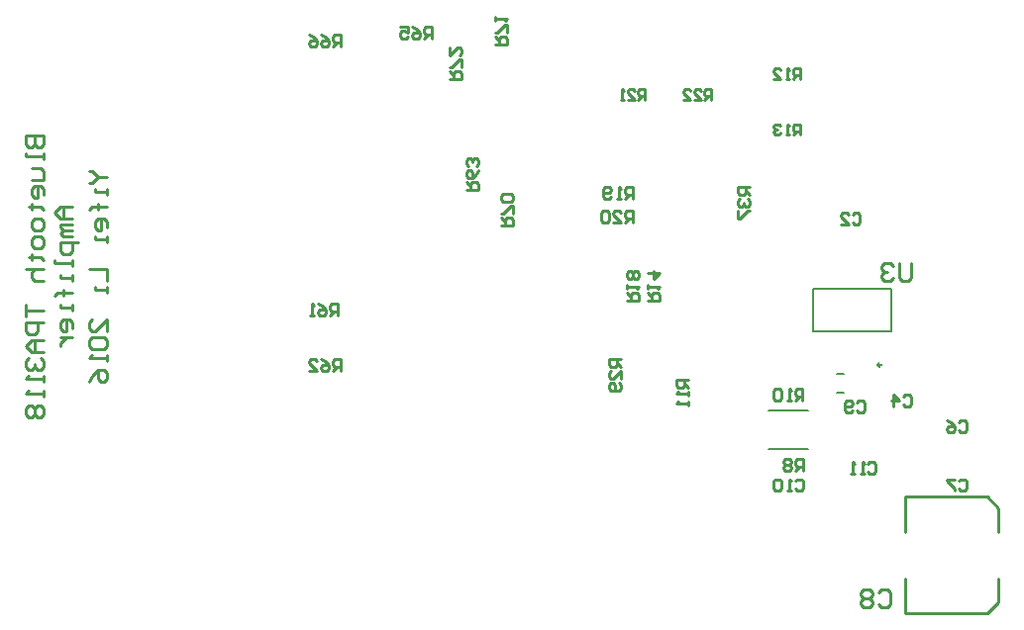
<source format=gbo>
G04 Layer_Color=32896*
%FSLAX25Y25*%
%MOIN*%
G70*
G01*
G75*
%ADD35C,0.01000*%
%ADD42C,0.00984*%
%ADD66C,0.00787*%
D35*
X366142Y35433D02*
Y47244D01*
Y7874D02*
Y19685D01*
X397638Y11811D02*
Y19685D01*
X393701Y7874D02*
X397638Y11811D01*
X366142Y7874D02*
X393701D01*
X366142Y47244D02*
X393701D01*
X397638Y43307D01*
Y35433D02*
Y43307D01*
X331677Y79740D02*
Y83676D01*
X329709D01*
X329053Y83020D01*
Y81708D01*
X329709Y81052D01*
X331677D01*
X330365D02*
X329053Y79740D01*
X327741D02*
X326430D01*
X327085D01*
Y83676D01*
X327741Y83020D01*
X324462D02*
X323806Y83676D01*
X322494D01*
X321838Y83020D01*
Y80396D01*
X322494Y79740D01*
X323806D01*
X324462Y80396D01*
Y83020D01*
X70232Y169013D02*
X76231D01*
Y166014D01*
X75231Y165015D01*
X74231D01*
X73232Y166014D01*
Y169013D01*
Y166014D01*
X72232Y165015D01*
X71232D01*
X70232Y166014D01*
Y169013D01*
X76231Y163015D02*
Y161016D01*
Y162016D01*
X70232D01*
Y163015D01*
X72232Y158017D02*
X75231D01*
X76231Y157017D01*
Y154018D01*
X72232D01*
X76231Y149020D02*
Y151019D01*
X75231Y152019D01*
X73232D01*
X72232Y151019D01*
Y149020D01*
X73232Y148020D01*
X74231D01*
Y152019D01*
X71232Y145021D02*
X72232D01*
Y146021D01*
Y144021D01*
Y145021D01*
X75231D01*
X76231Y144021D01*
Y140023D02*
Y138023D01*
X75231Y137024D01*
X73232D01*
X72232Y138023D01*
Y140023D01*
X73232Y141022D01*
X75231D01*
X76231Y140023D01*
Y134025D02*
Y132025D01*
X75231Y131026D01*
X73232D01*
X72232Y132025D01*
Y134025D01*
X73232Y135024D01*
X75231D01*
X76231Y134025D01*
X71232Y128027D02*
X72232D01*
Y129026D01*
Y127027D01*
Y128027D01*
X75231D01*
X76231Y127027D01*
X70232Y124028D02*
X76231D01*
X73232D01*
X72232Y123028D01*
Y121029D01*
X73232Y120029D01*
X76231D01*
X70232Y112032D02*
Y108033D01*
Y110032D01*
X76231D01*
Y106034D02*
X70232D01*
Y103035D01*
X71232Y102035D01*
X73232D01*
X74231Y103035D01*
Y106034D01*
X76231Y100036D02*
X72232D01*
X70232Y98036D01*
X72232Y96037D01*
X76231D01*
X73232D01*
Y100036D01*
X71232Y94038D02*
X70232Y93038D01*
Y91039D01*
X71232Y90039D01*
X72232D01*
X73232Y91039D01*
Y92038D01*
Y91039D01*
X74231Y90039D01*
X75231D01*
X76231Y91039D01*
Y93038D01*
X75231Y94038D01*
X76231Y88040D02*
Y86040D01*
Y87040D01*
X70232D01*
X71232Y88040D01*
X76231Y83041D02*
Y81042D01*
Y82042D01*
X70232D01*
X71232Y83041D01*
Y78043D02*
X70232Y77043D01*
Y75044D01*
X71232Y74044D01*
X72232D01*
X73232Y75044D01*
X74231Y74044D01*
X75231D01*
X76231Y75044D01*
Y77043D01*
X75231Y78043D01*
X74231D01*
X73232Y77043D01*
X72232Y78043D01*
X71232D01*
X73232Y77043D02*
Y75044D01*
X85828Y145021D02*
X81830D01*
X79830Y143022D01*
X81830Y141022D01*
X85828D01*
X82829D01*
Y145021D01*
X85828Y139023D02*
X81830D01*
Y138023D01*
X82829Y137024D01*
X85828D01*
X82829D01*
X81830Y136024D01*
X82829Y135024D01*
X85828D01*
X87827Y133025D02*
X81830D01*
Y130026D01*
X82829Y129026D01*
X84829D01*
X85828Y130026D01*
Y133025D01*
Y127027D02*
Y125028D01*
Y126027D01*
X79830D01*
Y127027D01*
X85828Y122029D02*
Y120029D01*
Y121029D01*
X81830D01*
Y122029D01*
X85828Y116031D02*
X80830D01*
X82829D01*
Y117030D01*
Y115031D01*
Y116031D01*
X80830D01*
X79830Y115031D01*
X85828Y112032D02*
Y110032D01*
Y111032D01*
X81830D01*
Y112032D01*
X85828Y104034D02*
Y106034D01*
X84829Y107033D01*
X82829D01*
X81830Y106034D01*
Y104034D01*
X82829Y103035D01*
X83829D01*
Y107033D01*
X81830Y101035D02*
X85828D01*
X83829D01*
X82829Y100036D01*
X81830Y99036D01*
Y98036D01*
X91427Y157017D02*
X92427D01*
X94426Y155018D01*
X92427Y153018D01*
X91427D01*
X94426Y155018D02*
X97425D01*
Y151019D02*
Y149020D01*
Y150020D01*
X93427D01*
Y151019D01*
X97425Y145021D02*
X92427D01*
X94426D01*
Y146021D01*
Y144021D01*
Y145021D01*
X92427D01*
X91427Y144021D01*
X97425Y138023D02*
Y140023D01*
X96425Y141022D01*
X94426D01*
X93427Y140023D01*
Y138023D01*
X94426Y137024D01*
X95426D01*
Y141022D01*
X97425Y135024D02*
Y133025D01*
Y134025D01*
X93427D01*
Y135024D01*
X91427Y124028D02*
X97425D01*
Y120029D01*
Y118030D02*
Y116031D01*
Y117030D01*
X93427D01*
Y118030D01*
X97425Y103035D02*
Y107033D01*
X93427Y103035D01*
X92427D01*
X91427Y104034D01*
Y106034D01*
X92427Y107033D01*
Y101035D02*
X91427Y100036D01*
Y98036D01*
X92427Y97037D01*
X96425D01*
X97425Y98036D01*
Y100036D01*
X96425Y101035D01*
X92427D01*
X97425Y95037D02*
Y93038D01*
Y94038D01*
X91427D01*
X92427Y95037D01*
X91427Y86040D02*
X92427Y88040D01*
X94426Y90039D01*
X96425D01*
X97425Y89039D01*
Y87040D01*
X96425Y86040D01*
X95426D01*
X94426Y87040D01*
Y90039D01*
X348376Y142280D02*
X349032Y142936D01*
X350344D01*
X351000Y142280D01*
Y139656D01*
X350344Y139000D01*
X349032D01*
X348376Y139656D01*
X344440Y139000D02*
X347064D01*
X344440Y141624D01*
Y142280D01*
X345096Y142936D01*
X346408D01*
X347064Y142280D01*
X365486Y81036D02*
X366142Y81692D01*
X367454D01*
X368110Y81036D01*
Y78412D01*
X367454Y77756D01*
X366142D01*
X365486Y78412D01*
X362207Y77756D02*
Y81692D01*
X364175Y79724D01*
X361551D01*
X384187Y72177D02*
X384843Y72833D01*
X386155D01*
X386811Y72177D01*
Y69554D01*
X386155Y68898D01*
X384843D01*
X384187Y69554D01*
X380252Y72833D02*
X381563Y72177D01*
X382875Y70865D01*
Y69554D01*
X382219Y68898D01*
X380907D01*
X380252Y69554D01*
Y70210D01*
X380907Y70865D01*
X382875D01*
X384187Y52492D02*
X384843Y53148D01*
X386155D01*
X386811Y52492D01*
Y49869D01*
X386155Y49213D01*
X384843D01*
X384187Y49869D01*
X382875Y53148D02*
X380252D01*
Y52492D01*
X382875Y49869D01*
Y49213D01*
X357222Y14841D02*
X358221Y15841D01*
X360221D01*
X361221Y14841D01*
Y10842D01*
X360221Y9843D01*
X358221D01*
X357222Y10842D01*
X355222Y14841D02*
X354223Y15841D01*
X352223D01*
X351224Y14841D01*
Y13841D01*
X352223Y12842D01*
X351224Y11842D01*
Y10842D01*
X352223Y9843D01*
X354223D01*
X355222Y10842D01*
Y11842D01*
X354223Y12842D01*
X355222Y13841D01*
Y14841D01*
X354223Y12842D02*
X352223D01*
X349738Y79067D02*
X350394Y79723D01*
X351706D01*
X352362Y79067D01*
Y76443D01*
X351706Y75787D01*
X350394D01*
X349738Y76443D01*
X348427D02*
X347771Y75787D01*
X346459D01*
X345803Y76443D01*
Y79067D01*
X346459Y79723D01*
X347771D01*
X348427Y79067D01*
Y78411D01*
X347771Y77755D01*
X345803D01*
X329069Y52492D02*
X329725Y53148D01*
X331037D01*
X331693Y52492D01*
Y49869D01*
X331037Y49213D01*
X329725D01*
X329069Y49869D01*
X327757Y49213D02*
X326445D01*
X327101D01*
Y53148D01*
X327757Y52492D01*
X324477D02*
X323821Y53148D01*
X322510D01*
X321854Y52492D01*
Y49869D01*
X322510Y49213D01*
X323821D01*
X324477Y49869D01*
Y52492D01*
X353675Y58398D02*
X354331Y59054D01*
X355643D01*
X356299Y58398D01*
Y55774D01*
X355643Y55118D01*
X354331D01*
X353675Y55774D01*
X352363Y55118D02*
X351052D01*
X351708D01*
Y59054D01*
X352363Y58398D01*
X349084Y55118D02*
X347772D01*
X348428D01*
Y59054D01*
X349084Y58398D01*
X331693Y56102D02*
Y60038D01*
X329725D01*
X329069Y59382D01*
Y58070D01*
X329725Y57414D01*
X331693D01*
X330381D02*
X329069Y56102D01*
X327757Y59382D02*
X327101Y60038D01*
X325789D01*
X325133Y59382D01*
Y58726D01*
X325789Y58070D01*
X325133Y57414D01*
Y56758D01*
X325789Y56102D01*
X327101D01*
X327757Y56758D01*
Y57414D01*
X327101Y58070D01*
X327757Y58726D01*
Y59382D01*
X327101Y58070D02*
X325789D01*
X293307Y86614D02*
X289308D01*
Y84615D01*
X289975Y83948D01*
X291308D01*
X291974Y84615D01*
Y86614D01*
Y85281D02*
X293307Y83948D01*
Y82616D02*
Y81283D01*
Y81949D01*
X289308D01*
X289975Y82616D01*
X293307Y79283D02*
Y77950D01*
Y78617D01*
X289308D01*
X289975Y79283D01*
X330709Y187992D02*
Y191491D01*
X328959D01*
X328376Y190908D01*
Y189742D01*
X328959Y189158D01*
X330709D01*
X329542D02*
X328376Y187992D01*
X327210D02*
X326044D01*
X326627D01*
Y191491D01*
X327210Y190908D01*
X321961Y187992D02*
X324294D01*
X321961Y190325D01*
Y190908D01*
X322545Y191491D01*
X323711D01*
X324294Y190908D01*
X330709Y169291D02*
Y172790D01*
X328959D01*
X328376Y172207D01*
Y171041D01*
X328959Y170458D01*
X330709D01*
X329542D02*
X328376Y169291D01*
X327210D02*
X326044D01*
X326627D01*
Y172790D01*
X327210Y172207D01*
X324294D02*
X323711Y172790D01*
X322545D01*
X321961Y172207D01*
Y171624D01*
X322545Y171041D01*
X323128D01*
X322545D01*
X321961Y170458D01*
Y169875D01*
X322545Y169291D01*
X323711D01*
X324294Y169875D01*
X279528Y113189D02*
X283526D01*
Y115188D01*
X282860Y115855D01*
X281527D01*
X280860Y115188D01*
Y113189D01*
Y114522D02*
X279528Y115855D01*
Y117188D02*
Y118521D01*
Y117854D01*
X283526D01*
X282860Y117188D01*
X279528Y122519D02*
X283526D01*
X281527Y120520D01*
Y123186D01*
X272638Y113189D02*
X276637D01*
Y115188D01*
X275970Y115855D01*
X274637D01*
X273971Y115188D01*
Y113189D01*
Y114522D02*
X272638Y115855D01*
Y117188D02*
Y118521D01*
Y117854D01*
X276637D01*
X275970Y117188D01*
Y120520D02*
X276637Y121186D01*
Y122519D01*
X275970Y123186D01*
X275304D01*
X274637Y122519D01*
X273971Y123186D01*
X273304D01*
X272638Y122519D01*
Y121186D01*
X273304Y120520D01*
X273971D01*
X274637Y121186D01*
X275304Y120520D01*
X275970D01*
X274637Y121186D02*
Y122519D01*
X274606Y147638D02*
Y151637D01*
X272607D01*
X271940Y150970D01*
Y149637D01*
X272607Y148971D01*
X274606D01*
X273273D02*
X271940Y147638D01*
X270608D02*
X269275D01*
X269941D01*
Y151637D01*
X270608Y150970D01*
X267275Y148304D02*
X266609Y147638D01*
X265276D01*
X264610Y148304D01*
Y150970D01*
X265276Y151637D01*
X266609D01*
X267275Y150970D01*
Y150304D01*
X266609Y149637D01*
X264610D01*
X274606Y139764D02*
Y143763D01*
X272607D01*
X271940Y143096D01*
Y141763D01*
X272607Y141097D01*
X274606D01*
X273273D02*
X271940Y139764D01*
X267942D02*
X270608D01*
X267942Y142430D01*
Y143096D01*
X268608Y143763D01*
X269941D01*
X270608Y143096D01*
X266609D02*
X265942Y143763D01*
X264610D01*
X263943Y143096D01*
Y140430D01*
X264610Y139764D01*
X265942D01*
X266609Y140430D01*
Y143096D01*
X278543Y181102D02*
Y184601D01*
X276794D01*
X276211Y184018D01*
Y182852D01*
X276794Y182269D01*
X278543D01*
X277377D02*
X276211Y181102D01*
X272712D02*
X275044D01*
X272712Y183435D01*
Y184018D01*
X273295Y184601D01*
X274461D01*
X275044Y184018D01*
X271546Y181102D02*
X270379D01*
X270962D01*
Y184601D01*
X271546Y184018D01*
X301000Y181000D02*
Y184499D01*
X299251D01*
X298667Y183916D01*
Y182749D01*
X299251Y182166D01*
X301000D01*
X299834D02*
X298667Y181000D01*
X295169D02*
X297501D01*
X295169Y183333D01*
Y183916D01*
X295752Y184499D01*
X296918D01*
X297501Y183916D01*
X291670Y181000D02*
X294002D01*
X291670Y183333D01*
Y183916D01*
X292253Y184499D01*
X293419D01*
X294002Y183916D01*
X270669Y93504D02*
X266671D01*
Y91505D01*
X267337Y90838D01*
X268670D01*
X269336Y91505D01*
Y93504D01*
Y92171D02*
X270669Y90838D01*
Y86839D02*
Y89505D01*
X268004Y86839D01*
X267337D01*
X266671Y87506D01*
Y88839D01*
X267337Y89505D01*
X270003Y85506D02*
X270669Y84840D01*
Y83507D01*
X270003Y82841D01*
X267337D01*
X266671Y83507D01*
Y84840D01*
X267337Y85506D01*
X268004D01*
X268670Y84840D01*
Y82841D01*
X313976Y151575D02*
X309978D01*
Y149575D01*
X310644Y148909D01*
X311977D01*
X312644Y149575D01*
Y151575D01*
Y150242D02*
X313976Y148909D01*
X310644Y147576D02*
X309978Y146910D01*
Y145577D01*
X310644Y144910D01*
X311311D01*
X311977Y145577D01*
Y146243D01*
Y145577D01*
X312644Y144910D01*
X313310D01*
X313976Y145577D01*
Y146910D01*
X313310Y147576D01*
X309978Y143577D02*
Y140912D01*
X310644D01*
X313310Y143577D01*
X313976D01*
X175197Y108268D02*
Y112266D01*
X173197D01*
X172531Y111600D01*
Y110267D01*
X173197Y109601D01*
X175197D01*
X173864D02*
X172531Y108268D01*
X168532Y112266D02*
X169865Y111600D01*
X171198Y110267D01*
Y108934D01*
X170532Y108268D01*
X169199D01*
X168532Y108934D01*
Y109601D01*
X169199Y110267D01*
X171198D01*
X167199Y108268D02*
X165866D01*
X166533D01*
Y112266D01*
X167199Y111600D01*
X176181Y89567D02*
Y93566D01*
X174182D01*
X173515Y92899D01*
Y91566D01*
X174182Y90900D01*
X176181D01*
X174848D02*
X173515Y89567D01*
X169517Y93566D02*
X170850Y92899D01*
X172182Y91566D01*
Y90233D01*
X171516Y89567D01*
X170183D01*
X169517Y90233D01*
Y90900D01*
X170183Y91566D01*
X172182D01*
X165518Y89567D02*
X168184D01*
X165518Y92233D01*
Y92899D01*
X166184Y93566D01*
X167517D01*
X168184Y92899D01*
X218504Y150591D02*
X222503D01*
Y152590D01*
X221836Y153256D01*
X220503D01*
X219837Y152590D01*
Y150591D01*
Y151924D02*
X218504Y153256D01*
X222503Y157255D02*
X221836Y155922D01*
X220503Y154589D01*
X219170D01*
X218504Y155256D01*
Y156589D01*
X219170Y157255D01*
X219837D01*
X220503Y156589D01*
Y154589D01*
X221836Y158588D02*
X222503Y159254D01*
Y160587D01*
X221836Y161254D01*
X221170D01*
X220503Y160587D01*
Y159921D01*
Y160587D01*
X219837Y161254D01*
X219170D01*
X218504Y160587D01*
Y159254D01*
X219170Y158588D01*
X206693Y201772D02*
Y205770D01*
X204694D01*
X204027Y205104D01*
Y203771D01*
X204694Y203104D01*
X206693D01*
X205360D02*
X204027Y201772D01*
X200028Y205770D02*
X201361Y205104D01*
X202694Y203771D01*
Y202438D01*
X202028Y201772D01*
X200695D01*
X200028Y202438D01*
Y203104D01*
X200695Y203771D01*
X202694D01*
X196030Y205770D02*
X198696D01*
Y203771D01*
X197363Y204437D01*
X196696D01*
X196030Y203771D01*
Y202438D01*
X196696Y201772D01*
X198029D01*
X198696Y202438D01*
X176181Y198819D02*
Y202818D01*
X174182D01*
X173515Y202151D01*
Y200818D01*
X174182Y200152D01*
X176181D01*
X174848D02*
X173515Y198819D01*
X169517Y202818D02*
X170850Y202151D01*
X172182Y200818D01*
Y199485D01*
X171516Y198819D01*
X170183D01*
X169517Y199485D01*
Y200152D01*
X170183Y200818D01*
X172182D01*
X165518Y202818D02*
X166851Y202151D01*
X168184Y200818D01*
Y199485D01*
X167517Y198819D01*
X166184D01*
X165518Y199485D01*
Y200152D01*
X166184Y200818D01*
X168184D01*
X230315Y138779D02*
X234314D01*
Y140779D01*
X233647Y141445D01*
X232314D01*
X231648Y140779D01*
Y138779D01*
Y140112D02*
X230315Y141445D01*
X234314Y142778D02*
Y145444D01*
X233647D01*
X230981Y142778D01*
X230315D01*
X233647Y146777D02*
X234314Y147443D01*
Y148776D01*
X233647Y149443D01*
X230981D01*
X230315Y148776D01*
Y147443D01*
X230981Y146777D01*
X233647D01*
X228346Y199803D02*
X232345D01*
Y201802D01*
X231679Y202469D01*
X230346D01*
X229679Y201802D01*
Y199803D01*
Y201136D02*
X228346Y202469D01*
X232345Y203802D02*
Y206468D01*
X231679D01*
X229013Y203802D01*
X228346D01*
Y207801D02*
Y209134D01*
Y208467D01*
X232345D01*
X231679Y207801D01*
X213000Y188000D02*
X216999D01*
Y189999D01*
X216332Y190666D01*
X214999D01*
X214333Y189999D01*
Y188000D01*
Y189333D02*
X213000Y190666D01*
X216999Y191999D02*
Y194665D01*
X216332D01*
X213666Y191999D01*
X213000D01*
Y198663D02*
Y195997D01*
X215666Y198663D01*
X216332D01*
X216999Y197997D01*
Y196664D01*
X216332Y195997D01*
X368110Y126077D02*
Y121078D01*
X367111Y120079D01*
X365111D01*
X364111Y121078D01*
Y126077D01*
X362112Y125077D02*
X361112Y126077D01*
X359113D01*
X358114Y125077D01*
Y124077D01*
X359113Y123078D01*
X360113D01*
X359113D01*
X358114Y122078D01*
Y121078D01*
X359113Y120079D01*
X361112D01*
X362112Y121078D01*
D42*
X357972Y91634D02*
G03*
X357972Y91634I-492J0D01*
G01*
D66*
X320079Y76476D02*
X333465D01*
X320079Y63287D02*
X333465D01*
X343307Y82480D02*
X345669D01*
X343307Y88779D02*
X345669D01*
X335236Y117421D02*
X361614D01*
X335236Y103051D02*
Y117421D01*
Y103051D02*
X361614D01*
Y103051D02*
Y117421D01*
M02*

</source>
